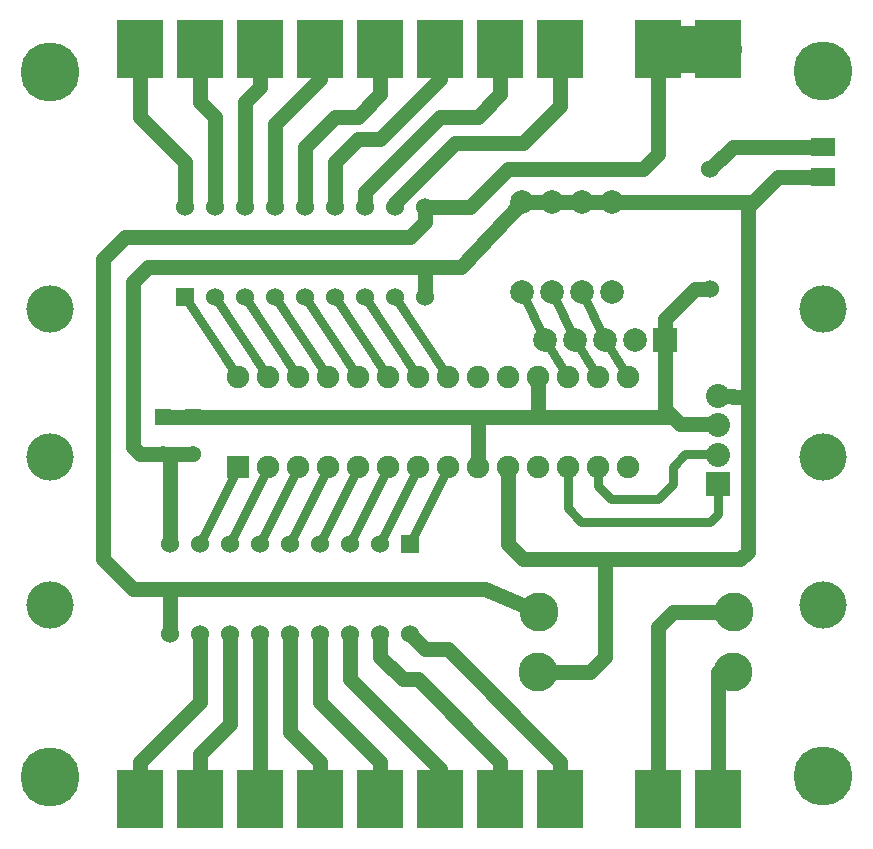
<source format=gbr>
G04 EasyPC Gerber Version 20.0.2 Build 4112 *
G04 #@! TF.Part,Single*
G04 #@! TF.FileFunction,Copper,L1,Bot *
%FSLAX35Y35*%
%MOIN*%
G04 #@! TA.AperFunction,SMDPad*
%ADD113R,0.15748X0.19685*%
G04 #@! TA.AperFunction,ComponentPad*
%ADD102R,0.05400X0.05400*%
%ADD138R,0.06000X0.06000*%
%ADD131R,0.07500X0.07500*%
%ADD108R,0.07874X0.07874*%
%ADD105R,0.08000X0.08000*%
G04 #@! TD.AperFunction*
%ADD133C,0.03150*%
%ADD20C,0.05000*%
G04 #@! TA.AperFunction,ComponentPad*
%ADD103C,0.05400*%
G04 #@! TD.AperFunction*
%ADD22C,0.06000*%
G04 #@! TA.AperFunction,ComponentPad*
%ADD132C,0.07500*%
%ADD107C,0.07874*%
%ADD106C,0.08000*%
%ADD110C,0.12992*%
G04 #@! TD.AperFunction*
%ADD115C,0.15748*%
G04 #@! TA.AperFunction,SMDPad*
%ADD114R,0.08000X0.06000*%
G04 #@! TA.AperFunction,WasherPad*
%ADD130C,0.19685*%
X0Y0D02*
D02*
D20*
X50250Y15250D02*
Y27750D01*
X70250Y47750*
Y70250*
X57750Y142750D02*
X67750D01*
X60250Y70250D02*
Y85250D01*
X165250*
X60250D02*
X47750D01*
X37750Y95250*
Y195250*
X45250Y202750*
X140250*
X145250Y207750*
Y212750*
X60250Y100250D02*
Y130250D01*
X57750*
X65250Y212750D02*
Y227750D01*
X50250Y242750*
Y265289*
X67750Y130250D02*
X60250D01*
X70250Y15250D02*
Y30250D01*
X80250Y40250*
Y70250*
X75250Y212750D02*
Y242750D01*
X70250Y247750*
Y265289*
X85250Y212750D02*
Y247750D01*
X90250Y252750*
Y265289*
Y15250D02*
Y70250D01*
X95250Y212750D02*
Y240250D01*
X110250Y255250*
Y265289*
X105250Y212750D02*
Y232750D01*
X115250Y242750*
X122750*
X130250Y250250*
Y265289*
X110250Y15250D02*
Y27750D01*
X100250Y37750*
Y70250*
X115250Y212750D02*
Y227750D01*
X122750Y235250*
X130250*
X150250Y255250*
Y265289*
X125250Y212750D02*
Y217750D01*
X150250Y242750*
X162750*
X170250Y250250*
Y265289*
X130250Y15250D02*
Y27750D01*
X110250Y47750*
Y70250*
X135250Y212750D02*
Y213872D01*
X155250Y233872*
X177750*
X190250Y246372*
Y265289*
X145250Y182750D02*
Y192750D01*
X52750*
X47750Y187750*
Y132750*
X50250Y130250*
X57750*
X150250Y15250D02*
Y25250D01*
X120250Y55250*
Y70250*
X157250Y192750D02*
X177533Y214250D01*
X157250Y192750D02*
X145250D01*
Y182750*
X162750Y142750D02*
Y125950D01*
X165250Y85250D02*
X183211Y77750D01*
X170250Y15250D02*
Y27750D01*
X142750Y55250*
X137750*
X130250Y62750*
Y70250*
X177533Y214250D02*
X177033D01*
X177533D02*
X187533D01*
X182750Y57750D02*
X200250D01*
X205250Y62750*
Y95250*
X200250*
X182750Y155950D02*
Y142750D01*
X185250*
X183250Y95250D02*
X177750D01*
X172750Y100250*
Y125950*
X185250Y142750D02*
X67750D01*
X185250D02*
X227750D01*
X187533Y214250D02*
X197533D01*
X190250Y15250D02*
Y27750D01*
X152750Y65250*
X145250*
X140250Y70250*
X190250Y95250D02*
X183250D01*
X197533Y214250D02*
X207533D01*
X200250Y95250D02*
X190250D01*
X222750Y265250D02*
Y230250D01*
X217750Y225250*
X172750*
X160250Y212750*
X145250*
X227750Y142750D02*
X225250Y145250D01*
Y168250*
X240250Y185250D02*
X235250D01*
X225250Y175250*
Y168250*
X240250Y225250D02*
X247750Y232750D01*
X277750*
X242750Y139935D02*
Y140250D01*
X230250*
X227750Y142750*
X242750Y149778D02*
X247750D01*
Y149416*
X252750*
X247789Y57750D02*
X242750D01*
Y15250*
X248250Y77750D02*
X227750D01*
X222750Y72750*
Y15250*
X252750Y149416D02*
Y97750D01*
X250250Y95250*
X200250*
X252750Y207750D02*
Y214250D01*
X207533*
X252750Y207750D02*
Y149416D01*
X277750Y222750D02*
X262750D01*
X252750Y212750*
Y207750*
D02*
D22*
X60250Y70250D03*
Y100250D03*
X65250Y212750D03*
X70250Y70250D03*
Y100250D03*
X75250Y182750D03*
Y212750D03*
X80250Y70250D03*
Y100250D03*
X85250Y182750D03*
Y212750D03*
X90250Y70250D03*
Y100250D03*
X95250Y182750D03*
Y212750D03*
X100250Y70250D03*
Y100250D03*
X105250Y182750D03*
Y212750D03*
X110250Y70250D03*
Y100250D03*
X115250Y182750D03*
Y212750D03*
X120250Y70250D03*
Y100250D03*
X125250Y182750D03*
Y212750D03*
X130250Y70250D03*
Y100250D03*
X135250Y182750D03*
Y212750D03*
X140250Y70250D03*
X145250Y182750D03*
Y212750D03*
X240250Y185250D03*
Y225250D03*
D02*
D102*
X57750Y142750D03*
X67750D03*
D02*
D103*
X57750Y130250D03*
X67750D03*
D02*
D105*
X242750Y120250D03*
D02*
D106*
Y130093D03*
Y139935D03*
Y149778D03*
D02*
D107*
X177533Y184250D03*
Y214250D03*
X185250Y168250D03*
X187533Y184250D03*
Y214250D03*
X195250Y168250D03*
X197533Y184250D03*
Y214250D03*
X205250Y168250D03*
X207533Y184250D03*
Y214250D03*
X215250Y168250D03*
D02*
D108*
X225250D03*
D02*
D110*
X182750Y57750D03*
X183211Y77750D03*
X247789Y57750D03*
X248250Y77750D03*
D02*
D113*
X50250Y15250D03*
Y265289D03*
X70250Y15250D03*
Y265289D03*
X90250Y15250D03*
Y265289D03*
X110250Y15250D03*
Y265289D03*
X130250Y15250D03*
Y265289D03*
X150250Y15250D03*
Y265289D03*
X170250Y15250D03*
Y265289D03*
X190250Y15250D03*
Y265289D03*
X222750Y15250D03*
Y265250D03*
X242750Y15250D03*
Y265250D03*
D02*
D114*
X277750Y222750D03*
Y232750D03*
D02*
D115*
X20250Y80073D03*
Y129285D03*
Y178498D03*
X222750Y265250D02*
X242750D01*
X277750Y80073D03*
Y129285D03*
Y178498D03*
D02*
D130*
X20250Y22750D03*
Y257750D03*
X277750Y23118D03*
Y258118D03*
D02*
D131*
X82750Y125950D03*
D02*
D132*
Y155950D03*
X92750Y125950D03*
Y155950D03*
X102750Y125950D03*
Y155950D03*
X112750Y125950D03*
Y155950D03*
X122750Y125950D03*
Y155950D03*
X132750Y125950D03*
Y155950D03*
X142750Y125950D03*
Y155950D03*
X152750Y125950D03*
Y155950D03*
X162750Y125950D03*
Y155950D03*
X172750Y125950D03*
Y155950D03*
X182750Y125950D03*
Y155950D03*
X192750Y125950D03*
Y155950D03*
X202750Y125950D03*
Y155950D03*
X212750Y125950D03*
Y155950D03*
D02*
D133*
X65250Y182750D02*
X82750Y155950D01*
X75250Y182750D02*
X92750Y155950D01*
X82750Y125950D02*
X70250Y100250D01*
X85250Y182750D02*
X102750Y155950D01*
X92750Y125950D02*
X80250Y100250D01*
X95250Y182750D02*
X112750Y155950D01*
X102750Y125950D02*
X90250Y100250D01*
X105250Y182750D02*
X122750Y155950D01*
X112750Y125950D02*
X100250Y100250D01*
X115250Y182750D02*
X132750Y155950D01*
X122750Y125950D02*
X110250Y100250D01*
X125250Y182750D02*
X142750Y155950D01*
X132750Y125950D02*
X120250Y100250D01*
X135250Y182750D02*
X152750Y155950D01*
X142750Y125950D02*
X130250Y100250D01*
X152750Y125950D02*
X140250Y100250D01*
X177533Y184250D02*
X185250Y168250D01*
X192750Y155950*
X187533Y184250D02*
X195250Y168250D01*
X202750Y155950*
X197533Y184250D02*
X205250Y168250D01*
X202750Y125950D02*
Y119716D01*
X207216Y115250*
X222750*
X227750Y120250*
Y126134*
X231866Y130250*
X242750*
Y130093*
X205250Y168250D02*
X212750Y155950D01*
X242750Y120250D02*
Y110250D01*
X240250Y107750*
X197216*
X192750Y112216*
Y125950*
D02*
D138*
X65250Y182750D03*
X140250Y100250D03*
X0Y0D02*
M02*

</source>
